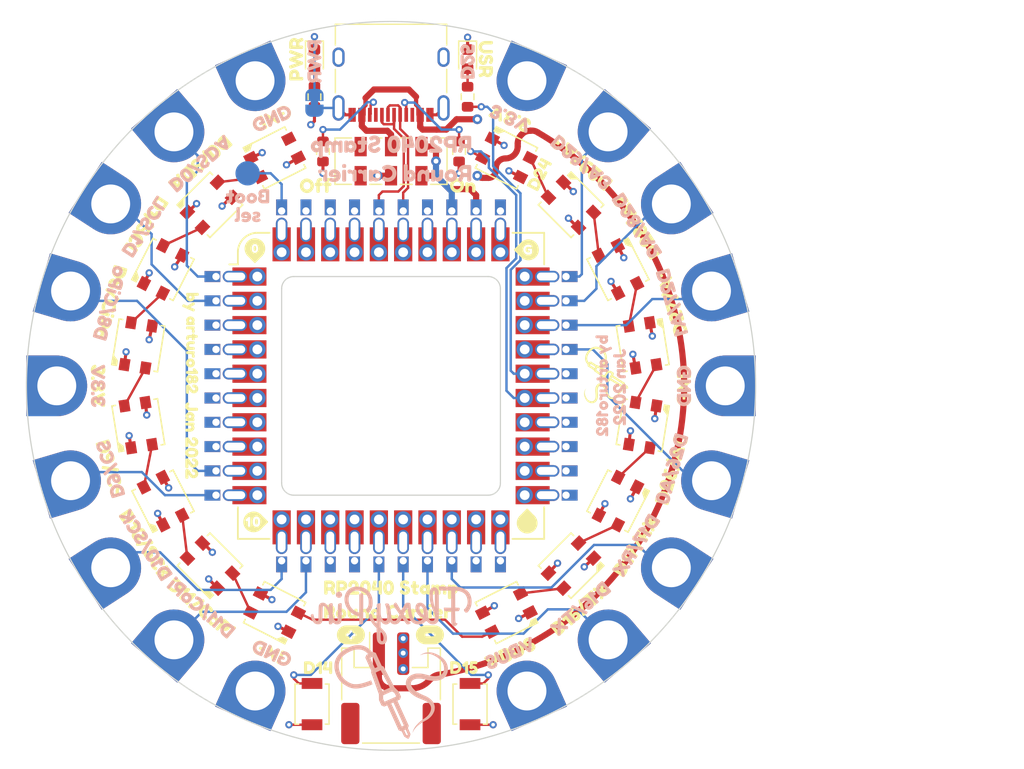
<source format=kicad_pcb>
(kicad_pcb (version 20221018) (generator pcbnew)
  (layers (0 "F.Cu" signal) (1 "In1.Cu" power "GND.Cu") (2 "In2.Cu" power "PWR.Cu") (31 "B.Cu" signal) (34 "B.Paste" user) (35 "F.Paste" user) (36 "B.SilkS" user "B.Silkscreen") (37 "F.SilkS" user "F.Silkscreen") (38 "B.Mask" user) (39 "F.Mask" user) (44 "Edge.Cuts" user))
  (net 0 "")
  (net 1 "+3V3")
  (net 2 "GND")
  (net 3 "Net-(D1-DOUT)")
  (net 4 "Net-(D2-DOUT)")
  (net 5 "/GPIO29_A3")
  (net 6 "/GPIO28_A2")
  (net 7 "/GPIO27_A1")
  (net 8 "/GPIO26_A0")
  (net 9 "/GPIO23")
  (net 10 "/GPIO22")
  (net 11 "+5V")
  (net 12 "/GPIO17_RX0")
  (net 13 "/GPIO16_TX0")
  (net 14 "/GPIO11_COPI1")
  (net 15 "/GPIO10_SCK1")
  (net 16 "/GPIO9_CS1")
  (net 17 "/GPIO8_CIPO1")
  (net 18 "VBUS")
  (net 19 "Net-(D3-DOUT)")
  (net 20 "/USB_D+")
  (net 21 "Net-(D4-DOUT)")
  (net 22 "Net-(D5-DOUT)")
  (net 23 "Net-(D6-DOUT)")
  (net 24 "/USB_D-")
  (net 25 "+BATT")
  (net 26 "VBAT")
  (net 27 "Net-(D7-DOUT)")
  (net 28 "Net-(D8-DOUT)")
  (net 29 "/GPIO1_SCL0")
  (net 30 "/GPIO0_SDA0")
  (net 31 "/GPIO2")
  (net 32 "/GPIO3")
  (net 33 "/GPIO4")
  (net 34 "/GPIO5")
  (net 35 "/GPIO6")
  (net 36 "/GPIO7")
  (net 37 "/GPIO12")
  (net 38 "/GPIO13")
  (net 39 "/GPIO14")
  (net 40 "/GPIO15")
  (net 41 "/GPIO18")
  (net 42 "/GPIO19")
  (net 43 "/GPIO21")
  (net 44 "Net-(D10-DIN)")
  (net 45 "Net-(D10-DOUT)")
  (net 46 "Net-(D11-DOUT)")
  (net 47 "Net-(D12-DOUT)")
  (net 48 "Net-(D13-DOUT)")
  (net 49 "/USR_LED")
  (net 50 "Net-(D14-DOUT)")
  (net 51 "/NEOPIXEL")
  (net 52 "Net-(D15-DOUT)")
  (net 54 "Net-(D17-K)")
  (net 55 "Net-(D17-A)")
  (net 56 "Net-(D18-A)")
  (net 57 "Net-(J19-CC1)")
  (net 59 "Net-(J19-CC2)")
  (net 63 "unconnected-(U1-GPIO20)")
  (net 64 "unconnected-(U1-SWDIO)")
  (net 65 "unconnected-(U1-SWCLK)")
  (net 66 "unconnected-(U1-~{RESET})")
  (net 67 "Net-(U1-BOOTSEL)")
  (footprint "kibuzzard-61B7CB91" (layer "F.Cu") (at 175.6 91.5 90)
    (fp_text reference "kibuzzard-61B7CB91" hide)
    (fp_text value "G***" hide)
  )
  (footprint "kibuzzard-61B788A5" (layer "F.Cu") (at 148.2 112)
    (fp_text reference "kibuzzard-61B788A5" hide)
    (fp_text value "G***" hide)
  )
  (footprint "rp2040_stamp_round:MountingHole_3.2mm_M3_Pad_Polygon" (layer "F.Cu") (at 128.436558 76.522426 147)
    (fp_text reference "J16" hide)
    (fp_text value "Conn_01x01")
  )
  (footprint "rp2040_stamp_round:MountingHole_3.2mm_M3_Pad_Polygon" (layer "F.Cu") (at 162.685259 116.622501 -66)
    (fp_text reference "J9" hide)
    (fp_text value "Conn_01x01")
  )
  (footprint "kibuzzard-61DD9534" (layer "F.Cu") (at 167.098046 109.840915 40.5)
    (fp_text reference "kibuzzard-61DD9534" hide)
    (fp_text value "G***" hide)
  )
  (footprint "LED_SMD_Extra:LED_WS2812B_PLCC4_3.5x3.5mm_P1.78mm" (layer "F.Cu") (at 130.708628 88.163194 81)
    (fp_text reference "D13" hide)
    (fp_text value "WS2812B")
  )
  (footprint "rp2040_stamp_round:MountingHole_3.2mm_M3_Pad_Polygon" (layer "F.Cu") (at 162.685258 66.377499 66)
    (fp_text reference "J1" hide)
    (fp_text value "Conn_01x01")
  )
  (footprint "rp2040_stamp_round:MountingHole_3.2mm_M3_Pad_Polygon" (layer "F.Cu") (at 128.436559 106.477575 -147)
    (fp_text reference "J12" hide)
    (fp_text value "Conn_01x01")
  )
  (footprint "LED_SMD_Extra:LED_WS2812B_PLCC4_3.5x3.5mm_P1.78mm" (layer "F.Cu") (at 136.602739 76.595351 45)
    (fp_text reference "D15" hide)
    (fp_text value "WS2812B")
  )
  (footprint "Button_Switch_SMD:SW_DPDT_CK_JS202011JCQN" (layer "F.Cu") (at 151.5 73 180)
    (fp_text reference "SW1" hide)
    (fp_text value "SW_OnOff")
  )
  (footprint "RP2040_Stamp:RP2040_Stamp_Springs" (layer "F.Cu") (at 151.5 91.5)
    (fp_text reference "U1" hide)
    (fp_text value "RP2040_Stamp")
  )
  (footprint "rp2040_stamp_round:MountingHole_3.2mm_M3_Pad_Polygon" (layer "F.Cu") (at 133.640178 112.411165 -130.5)
    (fp_text reference "J11" hide)
    (fp_text value "Conn_01x01")
  )
  (footprint "kibuzzard-61B8084E" (layer "F.Cu") (at 145.5 114.7)
    (fp_text reference "kibuzzard-61B8084E" hide)
    (fp_text value "G***" hide)
  )
  (footprint "rp2040_stamp_round:MountingHole_3.2mm_M3_Pad_Polygon" (layer "F.Cu") (at 169.359823 112.411165 -49.5)
    (fp_text reference "J8" hide)
    (fp_text value "Conn_01x01")
  )
  (footprint "kibuzzard-61B7CB91" (layer "F.Cu") (at 141.697647 69.483554 -156)
    (fp_text reference "kibuzzard-61B7CB91" hide)
    (fp_text value "G***" hide)
  )
  (footprint "rp2040_stamp_round:MountingHole_3.2mm_M3_Pad_Polygon" (layer "F.Cu") (at 177.867543 83.689578 16.5)
    (fp_text reference "J4" hide)
    (fp_text value "Conn_01x01")
  )
  (footprint "buzzardLabel" (layer "F.Cu") (at 162.8 102.8)
    (fp_text reference "")
    (fp_text value "")
  )
  (footprint "kibuzzard-61B7F7FD" (layer "F.Cu") (at 174.591397 98.354965 73.5)
    (fp_text reference "kibuzzard-61B7F7FD" hide)
    (fp_text value "G***" hide)
  )
  (footprint "Resistor_SMD:R_0603_1608Metric" (layer "F.Cu") (at 157.1 72.2 -90)
    (fp_text reference "R1" hide)
    (fp_text value "5.1K")
  )
  (footprint "buzzardLabel" (layer "F.Cu") (at 162.8 80.3)
    (fp_text reference "")
    (fp_text value "")
  )
  (footprint "kibuzzard-61B7F7BF" (layer "F.Cu") (at 171.732557 78.342484 123)
    (fp_text reference "kibuzzard-61B7F7BF" hide)
    (fp_text value "G***" hide)
  )
  (footprint "rp2040_stamp_round:MountingHole_3.2mm_M3_Pad_Polygon" (layer "F.Cu") (at 133.640177 70.588834 130.5)
    (fp_text reference "J17" hide)
    (fp_text value "Conn_01x01")
  )
  (footprint "rp2040_stamp_round:MountingHole_3.2mm_M3_Pad_Polygon" (layer "F.Cu") (at 124.000001 91.5 180)
    (fp_text reference "J14" hide)
    (fp_text value "Conn_01x01")
  )
  (footprint "kibuzzard-61B789B2" (layer "F.Cu") (at 159.3 64.6 -90)
    (fp_text reference "kibuzzard-61B789B2" hide)
    (fp_text value "G***" hide)
  )
  (footprint "LED_SMD_Extra:LED_WS2812B_PLCC4_3.5x3.5mm_P1.78mm" (layer "F.Cu") (at 172.2049 88.163194 -81)
    (fp_text reference "D4" hide)
    (fp_text value "WS2812B")
  )
  (footprint "rp2040_stamp_round:MountingHole_3.2mm_M3_Pad_Polygon" (layer "F.Cu") (at 174.563441 76.522426 33)
    (fp_text reference "J3" hide)
    (fp_text value "Conn_01x01")
  )
  (footprint "kibuzzard-61B7FAB5" (layer "F.Cu") (at 131.253492 78.38958 -123)
    (fp_text reference "kibuzzard-61B7FAB5" hide)
    (fp_text value "G***" hide)
  )
  (footprint "LED_SMD_Extra:LED_WS2812B_PLCC4_3.5x3.5mm_P1.78mm" (layer "F.Cu") (at 160.993635 72.732212 -27)
    (fp_text reference "D1" hide)
    (fp_text value "WS2812B")
  )
  (footprint "kibuzzard-61B80856" (layer "F.Cu") (at 157.5 114.7)
    (fp_text reference "kibuzzard-61B80856" hide)
    (fp_text value "G***" hide)
  )
  (footprint "Button_Switch_SMD:SW_SPST_B3U-1000P-B" (layer "F.Cu") (at 145 117.7 -90)
    (fp_text reference "SW3" hide)
    (fp_text value "SW_SPST")
  )
  (footprint "buzzardLabel" (layer "F.Cu") (at 140.35 80.2)
    (fp_text reference "")
    (fp_text value "")
  )
  (footprint "LED_SMD_Extra:LED_WS2812B_PLCC4_3.5x3.5mm_P1.78mm" (layer "F.Cu") (at 166.310789 76.595351 -45)
    (fp_text reference "D2" hide)
    (fp_text value "WS2812B")
  )
  (footprint "rp2040_stamp_round:MountingHole_3.2mm_M3_Pad_Polygon" (layer "F.Cu") (at 125.132457 99.310422 -163.5)
    (fp_text reference "J13" hide)
    (fp_text value "Conn_01x01")
  )
  (footprint "LED_SMD_Extra:LED_WS2812B_PLCC4_3.5x3.5mm_P1.78mm" (layer "F.Cu") (at 132.7396 100.986247 117)
    (fp_text reference "D11" hide)
    (fp_text value "WS2812B")
  )
  (footprint "Connector_JST:JST_PH_S2B-PH-SM4-TB_1x02-1MP_P2.00mm_Horizontal" (layer "F.Cu") (at 151.5 116.4)
    (fp_text reference "J20" hide)
    (fp_text value "Conn_Batt")
  )
  (footprint "kibuzzard-61B7F7A6" (layer "F.Cu") (at 167.175036 73.123593 139.5)
    (fp_text reference "kibuzzard-61B7F7A6" hide)
    (fp_text value "G***" hide)
  )
  (footprint "kibuzzard-61B7F819" (layer "F.Cu") (at 171.677413 104.641182 57)
    (fp_text reference "kibuzzard-61B7F819" hide)
    (fp_text value "G***" hide)
  )
  (footprint "Symbols_Extra:SolderParty-New-Logo_5x4.2mm_SilkScreen" (layer "F.Cu") (at 169.06509 90.551994 82.5)
    (fp_text reference "G***" hide)
    (fp_text value "LOGO" hide)
  )
  (footprint "LED_SMD_Extra:LED_WS2812B_PLCC4_3.5x3.5mm_P1.78mm" (layer "F.Cu") (at 130.708628 94.735558 99)
    (fp_text reference "D12" hide)
    (fp_text value "WS2812B")
  )
  (footprint "kibuzzard-61B7F7D5" (layer "F.Cu") (at 174.620153 84.640866 106.5)
    (fp_text reference "kibuzzard-61B7F7D5" hide)
    (fp_text value "G***" hide)
  )
  (footprint "rp2040_stamp_round:MountingHole_3.2mm_M3_Pad_Polygon" (layer "F.Cu") (at 140.314741 66.377499 114)
    (fp_text reference "J18" hide)
    (fp_text value "Conn_01x01")
  )
  (footprint "Resistor_SMD:R_0603_1608Metric" (layer "F.Cu") (at 157.8 67.7 90)
    (fp_text reference "R4" hide)
    (fp_text value "2K")
  )
  (footprint "rp2040_stamp_round:MountingHole_3.2mm_M3_Pad_Polygon" (layer "F.Cu") (at 140.314742 116.622501 -114)
    (fp_text reference "J10" hide)
    (fp_text value "Conn_01x01")
  )
  (footprint "LED_SMD_Extra:LED_WS2812B_PLCC4_3.5x3.5mm_P1.78mm" (layer "F.Cu") (at 160.993635 110.16654 -153)
    (fp_text reference "D8" hide)
    (fp_text value "WS2812B")
  )
  (footprint "rp2040_stamp_round:MountingHole_3.2mm_M3_Pad_Polygon" (layer "F.Cu") (at 169.359822 70.588835 49.5)
    (fp_text reference "J2" hide)
    (fp_text value "Conn_01x01")
  )
  (footprint "LED_SMD_Extra:LED_WS2812B_PLCC4_3.5x3.5mm_P1.78mm" (layer "F.Cu") (at 170.173928 81.912505 -63)
    (fp_text reference "D3" hide)
    (fp_text value "WS2812B")
  )
  (footprint "Resistor_SMD:R_0603_1608Metric" (layer "F.Cu") (at 145.2 67.7 90)
    (fp_text reference "R3" hide)
    (fp_text value "2K")
  )
  (footprint "rp2040_stamp_round:MountingHole_3.2mm_M3_Pad_Polygon" (layer "F.Cu") (at 174.563442 106.477574 -33)
    (fp_text reference "J7" hide)
    (fp_text value "Conn_01x01")
  )
  (footprint "kibuzzard-61DD9594" (layer "F.Cu") (at 135.1 96 -90)
    (fp_text reference "kibuzzard-61DD9594" hide)
    (fp_text value "G***" hide)
  )
  (footprint "LED_SMD_Extra:LED_WS2812B_PLCC4_3.5x3.5mm_P1.78mm" (layer "F.Cu") (at 141.919893 110.16654 153)
    (fp_text reference "D9" hide)
    (fp_text value "WS2812B")
  )
  (footprint "rp2040_stamp_round:MountingHole_3.2mm_M3_Pad_Polygon" (layer "F.Cu") (at 177.867544 99.310422 -16.5)
    (fp_text reference "J6" hide)
    (fp_text value "Conn_01x01")
  )
  (footprint "kibuzzard-61B7CACE" (layer "F.Cu") (at 161.302353 113.516446 24)
    (fp_text reference "kibuzzard-61B7CACE" hide)
    (fp_text value "G***" hide)
  )
  (footprint "kibuzzard-61B7FADB" (layer "F.Cu") (at 128.376286 84.665425 -106.5)
    (fp_text reference "kibuzzard-61B7FADB" hide)
    (fp_text value "G***" hide)
  )
  (footprint "LED_SMD:LED_0603_1608Metric" (layer "F.Cu") (at 145.2 64.6 -90)
    (fp_text reference "D17" hide)
    (fp_text value "LED_PWR")
  )
  (footprint "LED_SMD_Extra:LED_WS2812B_PLCC4_3.5x3.5mm_P1.78mm" (layer "F.Cu") (at 170.173928 100.986247 -117)
    (fp_text reference "D6" hide)
    (fp_text value "WS2812B")
  )
  (footprint "kibuzzard-61B7CB2A" (layer "F.Cu") (at 161.302353 69.483554 156)
    (fp_text reference "kibuzzard-61B7CB2A" hide)
    (fp_text value "G***" hide)
  )
  (footprint "Resistor_SMD:R_0603_1608Metric" (layer "F.Cu") (at 145.9 72.2 -90)
    (fp_text reference "R2" hide)
    (fp_text value "5.1K")
  )
  (footprint "kibuzzard-61B8067D" (layer "F.Cu") (at 163.7 74.1 63)
    (fp_text reference "kibuzzard-61B8067D" hide)
    (fp_text value "G***" hide)
  )
  (footprint "kibuzzard-61B78991" (layer "F.Cu") (at 143.7 64.6 90)
    (fp_text reference "kibuzzard-61B78991" hide)
    (fp_text value "G***" hide)
  )
  (footprint "LED_SMD_Extra:LED_WS2812B_PLCC4_3.5x3.5mm_P1.78mm" (layer "F.Cu") (at 172.2049 94.735558 -99)
    (fp_text reference "D5" hide)
    (fp_text value "WS2812B")
  )
  (footprint "kibuzzard-61B7FFB7" (layer "F.Cu") (at 151.5 109.1)
    (fp_text reference "kibuzzard-61B7FFB7" hide)
    (fp_text value "G***" hide)
  )
  (footprint "kibuzzard-61B7FB48" (layer "F.Cu") (at 135.87164 109.77516 -40.5)
    (fp_text reference "kibuzzard-61B7FB48" hide)
    (fp_text value "G***" hide)
  )
  (footprint "LED_SMD_Extra:LED_WS2812B_PLCC4_3.5x3.5mm_P1.78mm" (layer "F.Cu") (at 166.310789 106.303401 -135)
    (fp_text reference "D7" hide)
    (fp_text value "WS2812B")
  )
  (footprint "kibuzzard-61B7FB04" (layer "F.Cu") (at 128.405042 98.330405 -73.5)
    (fp_text reference "kibuzzard-61B7FB04" hide)
    (fp_text value "G***" hide)
  )
  (footprint "kibuzzard-61B7CB2A" (layer "F.Cu") (at 127.4 91.5 -90)
    (fp_text reference "kibuzzard-61B7CB2A" hide)
    (fp_text value "G***" hide)
  )
  (footprint "kibuzzard-61B804DF" (layer "F.Cu") (at 157.4 75)
    (fp_text reference "kibuzzard-61B804DF" hide)
    (fp_text value "G***" hide)
  )
  (footprint "kibuzzard-61B788A5" (layer "F.Cu") (at 154.7 112)
    (fp_text reference "kibuzzard-61B788A5" hide)
    (fp_text value "G***" hide)
  )
  (footprint "LED_SMD_Extra:LED_WS2812B_PLCC4_3.5x3.5mm_P1.78mm" (layer "F.Cu") (at 141.919893 72.732212 27)
    (fp_text reference "D16" hide)
    (fp_text value "WS2812B")
  )
  (footprint "kibuzzard-61B7CB91" (layer "F.Cu") (at 141.697647 113.516446 -24)
    (fp_text reference "kibuzzard-61B7CB91" hide)
    (fp_text value "G***" hide)
  )
  (footprint "rp2040_stamp_round:MountingHole_3.2mm_M3_Pad_Polygon" (layer "F.Cu") (at 179 91.5)
    (fp_text reference "J5" hide)
    (fp_text value "Conn_01x01")
  )
  (footprint "buzzardLabel" (layer "F.Cu") (at 140.200001 102.7)
    (fp_text reference "")
    (fp_text value "")
  )
  (footprint "LED_SMD_Extra:LED_WS2812B_PLCC4_3.5x3.5mm_P1.78mm" (layer "F.Cu") (at 136.602739 106.303401 135)
    (fp_text reference "D10" hide)
    (fp_text value "WS2812B")
  )
  (footprint "kibuzzard-61B804E7" (layer "F.Cu") (at 145.3 75)
    (fp_text reference "kibuzzard-61B804E7" hide)
    (fp_text value "G***" hide)
  )
  (footprint "kibuzzard-61B7FB19" (layer "F.Cu") (at 131.308636 104.594085 -57)
    (fp_text reference "kibuzzard-61B7FB19" hide)
    (fp_text value "G***" hide)
  )
  (footprint "LED_SMD_Extra:LED_WS2812B_PLCC4_3.5x3.5mm_P1.78mm" (layer "F.Cu") (at 132.7396 81.912505 63)
    (fp_text reference "D14" hide)
    (fp_text value "WS2812B")
  )
  (footprint "rp2040_stamp_round:MountingHole_3.2mm_M3_Pad_Polygon" (layer "F.Cu") (at 125.132456 83.689578 163.5)
    (fp_text reference "J15" hide)
    (fp_text value "Conn_01x01")
  )
  (footprint "Connector_USB:USB_C_Receptacle_XKB_U262-16XN-4BVC11" (layer "F.Cu") (at 151.5 65.515 180)
    (fp_text reference "J19" hide)
    (fp_text value "USB_C_Receptacle_USB2.0")
  )
  (footprint "Button_Switch_SMD:SW_SPST_B3U-1000P-B" (layer "F.Cu") (at 158 117.7 -90)
    (fp_text reference "SW2" hide)
    (fp_text value "SW_SPST")
  )
  (footprint "kibuzzard-61BA2B21" (layer "F.Cu") (at 135 88 -90)
    (fp_text reference "kibuzzard-61BA2B21" hide)
    (fp_text value "G***" hide)
  )
  (footprint "kibuzzard-61B7FA9B" (layer "F.Cu") (at 135.794651 73.189347 -139.5)
    (fp_text reference "kibuzzard-61B7FA9B" hide)
    (fp_text value "G***" hide)
  )
  (footprint "LED_SMD:LED_0603_1608Metric" (layer "F.Cu") (at 157.8 64.6 -90)
    (fp_text reference "D18" hide)
    (fp_text value "LED_USR")
  )
  (footprint "kibuzzard-61B7CACE" (layer "B.Cu") (at 161.302353 113.516446 -156)
    (fp_text reference "kibuzzard-61B7CACE" hide)
    (fp_text value "G***" hide)
  )
  (footprint "kibuzzard-61DD95E6" (layer "B.Cu") (at 157.8 64.8 90)
    (fp_text reference "kibuzzard-61DD95E6" hide)
    (fp_text value "G***" hide)
  )
  (footprint "LOGO" (layer "B.Cu") (at 151.5 110.4 180)
    (fp_text reference "G***" hide)
    (fp_text value "LOGO" hide)
  )
  (footprint "Symbols_Extra:SolderParty-New-Logo_10x8.5mm_SilkScreen" (layer "B.Cu") (at 151.191535 116.377462 180)
    (fp_text reference "G***" hide)
    (fp_text value "LOGO" hide)
  )
  (footprint "kibuzzard-61BA4CE2" (layer "B.Cu") (at 151.5 72.8 180)
    (fp_text reference "kibuzzard-61BA4CE2" hide)
    (fp_text value "G***" hide)
  )
  (footprint "kibuzzard-61B7F819" (layer "B.Cu") (at 171.677413 104.641182 -123)
    (fp_text reference "kibuzzard-61B7F819" hide)
    (fp_text value "G***" hide)
  )
  (footprint "kibuzzard-61E0313F" (layer "B.Cu") (at 139.7 77.4 180)
    (fp_text reference "kibuzzard-61E0313F" hide)
    (fp_text value "G***" hide)
  )
  (footprint "kibuzzard-61B7FB19" (layer "B.Cu") (at 131.308636 104.594085 123)
    (fp_text reference "kibuzzard-61B7FB19" hide)
    (fp_text value "G***" hide)
  )
  (footprint "kibuzzard-61B7FAB5" (layer "B.Cu") (at 131.253492 78.38958 57)
    (fp_text reference "kibuzzard-61B7FAB5" hide)
    (fp_text value "G***" hide)
  )
  (footprint "Jumper:SolderJumper-2_P1.3mm_Bridged_RoundedPad1.0x1.5mm" (layer "B.Cu") (at 145.2 68.2 -90)
    (fp_text reference "JP1" hide)
    (fp_text value "Jumper_PWR")
  )
  (footprint "kibuzzard-61B7CB2A" (layer "B.Cu") (at 161.302353 69.483554 -24)
    (fp_text reference "kibuzzard-61B7CB2A" hide)
    (fp_text value "G***" hide)
  )
  (footprint "kibuzzard-61DD9534" (layer "B.Cu") (at 167.098046 109.840915 -139.5)
    (fp_text reference "kibuzzard-61DD9534" hide)
    (fp_text value "G***" hide)
  )
  (footprint "kibuzzard-61E03091" (layer "B.Cu") (at 139.7 75.9 180)
    (fp_text reference "kibuzzard-61E03091" hide)
    (fp_text value "G***" hide)
  )
  (footprint "kibuzzard-61BA2B21" (layer "B.Cu") (at 169 91.5 -90)
    (fp_text reference "kibuzzard-61BA2B21" hide)
    (fp_text value "G***" hide)
  )
  (footprint "kibuzzard-61B7CB2A" (layer "B.Cu") (at 127.4 91.5 90)
    (fp_text reference "kibuzzard-61B7CB2A" hide)
    (fp_text value "G***" hide)
  )
  (footprint "TestPoint:TestPoint_Pad_D2.0mm" (layer "B.Cu") (at 139.7 74 180)
    (fp_text reference "TP1" hide)
    (fp_text value "TP_BOOTSEL")
  )
  (footprint "kibuzzard-61B7FB48" (layer "B.Cu") (at 135.87164 109.77516 139.5)
    (fp_text reference "kibuzzard-61B7FB48" hide)
    (fp_text value "G***" hide)
  )
  (footprint "kibuzzard-61DD95B3" (layer "B.Cu") (at 170.3 91.6 -90)
    (fp_text reference "kibuzzard-61DD95B3" hide)
    (fp_text value "G***" hide)
  )
  (footprint "kibuzzard-61B7FADB" (layer "B.Cu") (at 128.376286 84.665425 73.5)
    (fp_text reference "kibuzzard-61B7FADB" hide)
    (fp_text value "G***" hide)
  )
  (footprint "kibuzzard-61B7FA9B" (layer "B.Cu") (at 135.818207 73.189347 40.5)
    (fp_text reference "kibuzzard-61B7FA9B" hide)
    (fp_text value "G***" hide)
  )
  (footprint "kibuzzard-61B7F7BF" (layer "B.Cu") (at 171.732557 78.342484 -57)
    (fp_text reference "kibuzzard-61B7F7BF" hide)
    (fp_text value "G***" hide)
  )
  (footprint "kibuzzard-61B7CB91" (layer "B.Cu") (at 141.697647 69.483554 24)
    (fp_text reference "kibuzzard-61B7CB91" hide)
    (fp_text value "G***" hide)
  )
  (footprint "kibuzzard-61B7CB91" (layer "B.Cu") (at 175.6 91.5 -90)
    (fp_text reference "kibuzzard-61B7CB91" hide)
    (fp_text value "G***" hide)
  )
  (footprint "kibuzzard-61B7FB04" (layer "B.Cu") (at 128.405042 98.330405 106.5)
    (fp_text reference "kibuzzard-61B7FB04" hide)
    (fp_text value "G***" hide)
  )
  (footprint "kibuzzard-61B7F7A6" (layer "B.Cu") (at 167.175036 73.123593 -40.5)
    (fp_text reference "kibuzzard-61B7F7A6" hide)
    (fp_text value "G***" hide)
  )
  (footprint "kibuzzard-61B7F7D5" (layer "B.Cu") (at 174.620153 84.640866 -73.5)
    (fp_text reference "kibuzzard-61B7F7D5" hide)
    (fp_text value "G***" hide)
  )
  (footprint "kibuzzard-61DD95F0" (layer "B.Cu") (at 145.2 64.8 -90)
    (fp_text reference "kibuzzard-61DD95F0" hide)
    (fp_text value "G***" hide)
  )
  (footprint "kibuzzard-61B7CB91" (layer "B.Cu") (at 141.697647 113.516446 156)
    (fp_text reference "kibuzzard-61B7CB91" hide)
    (fp_text value "G***" hide)
  )
  (footprint "kibuzzard-61B7F7FD" (layer "B.Cu") (at 174.591397 98.354965 -106.5)
    (fp_text reference "kibuzzard-61B7F7FD" hide)
    (fp_text value "G***" hide)
  )
  (gr_line (start 163.3 102.300001) (end 162.7 101.700001) (stroke (width 0.15)) (layer "F.SilkS"))
  (gr_poly (pts (xy 140.3 81.3) (xy 140 81) (xy 140.6 81)) (stroke (width 0.15)) (fill solid) (layer "F.SilkS"))
  (gr_rect (start 154.4 112.125) (end 155 112.525) (fill solid) (layer "F.SilkS"))
  (gr_circle (center 162.8 80.3) (end 162.8 79.500001) (stroke (width 0.11)) (fill none) (layer "F.SilkS"))
  (gr_poly (pts (xy 139.475001 102.95) (xy 139.425001 102.7) (xy 139.475001 102.4)) (stroke (width 0.1)) (fill solid) (layer "F.SilkS"))
  (gr_poly (pts (xy 161.700001 80.3) (xy 162.000001 80) (xy 162.000001 80.6)) (stroke (width 0.15)) (fill solid) (layer "F.SilkS"))
  (gr_poly (pts (xy 140.900001 102.35) (xy 141.000001 102.8) (xy 140.725001 103.25) (xy 140.525001 103.375) (xy 140.275001 103.45) (xy 139.825001 103.35) (xy 139.625001 103.175) (xy 140.600001 103.275) (xy 140.800001 103) (xy 140.850001 102.55) (xy 140.725001 102.225)) (stroke (width 0.15)) (fill solid) (layer "F.SilkS"))
  (gr_line (start 140.7 103.3) (end 141.3 102.7) (stroke (width 0.15)) (layer "F.SilkS"))
  (gr_line (start 140.3 81.3) (end 140.9 80.7) (stroke (width 0.15)) (layer "F.SilkS"))
  (gr_line (start 162.300001 79.7) (end 161.700001 80.3) (stroke (width 0.15)) (layer "F.SilkS"))
  (gr_poly (pts (xy 162.7 101.700001) (xy 163 102.000001) (xy 162.4 102.000001)) (stroke (width 0.15)) (fill solid) (layer "F.SilkS"))
  (gr_line (start 139.7 80.7) (end 140.3 81.3) (stroke (width 0.15)) (layer "F.SilkS"))
  (gr_circle (center 162.8 80.3) (end 163.45 80.3) (stroke (width 0.4)) (fill none) (layer "F.SilkS"))
  (gr_rect (start 154.4 111.475) (end 155 111.875) (fill solid) (layer "F.SilkS"))
  (gr_circle (center 140.3 80.2) (end 140.95 80.2) (stroke (width 0.4)) (fill none) (layer "F.SilkS"))
  (gr_circle (center 162.7 102.8) (end 163.5 102.8) (stroke (width 0.11)) (fill none) (layer "F.SilkS"))
  (gr_circle (center 140.200001 102.7) (end 141.000001 102.7) (stroke (width 0.11)) (fill none) (layer "F.SilkS"))
  (gr_line (start 162.7 101.700001) (end 162.1 102.300001) (stroke (width 0.15)) (layer "F.SilkS"))
  (gr_line (start 161.700001 80.3) (end 162.300001 80.9) (stroke (width 0.15)) (layer "F.SilkS"))
  (gr_poly (pts (xy 163.1 102.2) (xy 162.3 102.2) (xy 162.4 102.000001) (xy 163 102.000001)) (stroke (width 0.15)) (fill solid) (layer "F.SilkS"))
  (gr_poly (pts (xy 140.650001 102.1) (xy 139.750001 102.1) (xy 140.200001 101.95)) (stroke (width 0.15)) (fill solid) (layer "F.SilkS"))
  (gr_poly (pts (xy 163.05 103.45) (xy 162.7 103.55) (xy 162.35 103.45) (xy 162.15 103.3) (xy 163.25 103.3)) (stroke (width 0.15)) (fill solid) (layer "F.SilkS"))
  (gr_poly (pts (xy 141.3 102.7) (xy 141 103) (xy 141 102.4)) (stroke (width 0.15)) (fill solid) (layer "F.SilkS"))
  (gr_line (start 141.3 102.7) (end 140.7 102.1) (stroke (width 0.15)) (layer "F.SilkS"))
  (gr_line (start 159.5 82.5) (end 143.5 82.5) (stroke (width 0.1)) (layer "Edge.Cuts"))
  (gr_arc (start 143.5 100.5) (mid 142.792893 100.207107) (end 142.5 99.5) (stroke (width 0.1)) (layer "Edge.Cuts"))
  (gr_line (start 143.5 100.5) (end 159.499999 100.5) (stroke (width 0.1)) (layer "Edge.Cuts"))
  (gr_circle (center 151.5 91.5) (end 181.5 91.5) (stroke (width 0.1)) (fill none) (layer "Edge.Cuts"))
  (gr_line (start 160.5 99.5) (end 160.5 83.5) (stroke (width 0.1)) (layer "Edge.Cuts"))
  (gr_arc (start 159.5 82.5) (mid 160.207107 82.792893) (end 160.5 83.5) (stroke (width 0.1)) (layer "Edge.Cuts"))
  (gr_line (start 142.5 83.5) (end 142.5 99.5) (stroke (width 0.1)) (layer "Edge.Cuts"))
  (gr_arc (start 160.5 99.5) (mid 160.207106 100.207107) (end 159.499999 100.5) (stroke (width 0.1)) (layer "Edge.Cuts"))
  (gr_arc (start 142.5 83.5) (mid 142.792893 82.792893) (end 143.5 82.5) (stroke (width 0.1)) (layer "Edge.Cuts"))
  (segment (start 145.2 69.7) (end 144.9 70) (width 0.254) (layer "F.Cu") (net 1))
  (segment (start 136.047246 104.447246) (end 135.984021 104.447246) (width 0.254) (layer "F.Cu") (net 1))
  (segment (start 166.851506 78.451506) (end 166.1 77.7) (width 0.254) (layer "F.Cu") (net 1))
  (segment (start 145.2 68.525) (end 145.2 69.7) (width 0.254) (layer "F.Cu") (net 1))
  (segment (start 164.454634 106.922119) (end 165.2 106.1) (width 0.254) (layer "F.Cu") (net 1))
  (segment (start 168.599814 102.148267) (end 169.1 101.2) (width 0.254) (layer "F.Cu") (net 1))
  (segment (start 166.929507 78.451506) (end 166.851506 78.451506) (width 0.254) (layer "F.Cu") (net 1))
  (segment (start 171.614433 90.028529) (end 171.4 88.9) (width 0.254) (layer "F.Cu") (net 1))
  (segment (start 171.066912 96.327132) (end 171.2 95.2) (width 0.254) (layer "F.Cu") (net 1))
  (segment (start 140.757873 108.592426) (end 141.7 109.1) (width 0.254) (layer "F.Cu") (net 1))
  (segment (start 138.458894 75.976633) (end 138.323367 75.976633) (width 0.254) (layer "F.Cu") (net 1))
  (segment (start 132.724747 99.029744) (end 133.2 99.9) (width 0.254) (layer "F.Cu") (net 1))
  (segment (start 170.188781 83.869008) (end 169.6 82.9) (width 0.254) (layer "F.Cu") (net 1))
  (segment (start 162.155655 74.306326) (end 161.2 73.8) (width 0.254) (layer "F.Cu") (net 1))
  (segment (start 136.8 105.2) (end 136.047246 104.447246) (width 0.254) (layer "F.Cu") (net 1))
  (segment (start 134.313714 80.750485) (end 133.7 81.7) (width 0.254) (layer "F.Cu") (net 1))
  (segment (start 138.323367 75.976633) (end 137.6 76.7) (width 0.254) (layer "F.Cu") (net 1))
  (segment (start 131.299095 92.870223) (end 131.4 93.9) (width 0.254) (layer "F.Cu") (net 1))
  (segment (start 131.846616 86.57162) (end 131.6 87.7) (width 0.254) (layer "F.Cu") (net 1))
  (segment (start 143.876396 72.717359) (end 142.9 73.3) (width 0.254) (layer "F.Cu") (net 1))
  (segment (start 159.037132 110.181393) (end 160 109.6) (width 0.254) (layer "F.Cu") (net 1))
  (via (at 133.2 99.9) (size 0.6) (drill 0.3) (layers "F.Cu" "B.Cu") (net 1))
  (via (at 144.9 70) (size 0.6) (drill 0.3) (layers "F.Cu" "B.Cu") (net 1))
  (via (at 160 109.6) (size 0.6) (drill 0.3) (layers "F.Cu" "B.Cu") (net 1))
  (via (at 141.7 109.1) (size 0.6) (drill 0.3) (layers "F.Cu" "B.Cu") (net 1))
  (via (at 136.8 105.2) (size 0.6) (drill 0.3) (layers "F.Cu" "B.Cu") (net 1))
  (via (at 166.1 77.7) (size 0.6) (drill 0.3) (layers "F.Cu" "B.Cu") (net 1))
  (via (at 131.4 93.9) (size 0.6) (drill 0.3) (layers "F.Cu" "B.Cu") (net 1))
  (via (at 137.6 76.7) (size 0.6) (drill 0.3) (layers "F.Cu" "B.Cu") (net 1))
  (via (at 161.2 73.8) (size 0.6) (drill 0.3) (layers "F.Cu" "B.Cu") (net 1))
  (via (at 169.1 101.2) (size 0.6) (drill 0.3) (layers "F.Cu" "B.Cu") (net 1))
  (via (at 133.7 81.7) (size 0.6) (drill 0.3) (layers "F.Cu" "B.Cu") (net 1))
  (via (at 131.6 87.7) (size 0.6) (drill 0.3) (layers "F.Cu" "B.Cu") (net 1))
  (via (at 142.9 73.3) (size 0.6) (drill 0.3) (layers "F.Cu" "B.Cu") (net 1))
  (via (at 165.2 106.1) (size 0.6) (drill 0.3) (layers "F.Cu" "B.Cu") (net 1))
  (via (at 171.4 88.9) (size 0.6) (drill 0.3) (layers "F.Cu" "B.Cu") (net 1))
  (via (at 169.6 82.9) (size 0.6) (drill 0.3) (layers "F.Cu" "B.Cu") (net 1))
  (via (at 171.2 95.2) (size 0.6) (drill 0.3) (layers "F.Cu" "B.Cu") (net 1))
  (segment (start 129.7 88.7) (end 129.57064 89.754768) (width 0.254) (layer "F.Cu") (net 2))
  (segment (start 159.831615 71.158098) (end 160.8 71.7) (width 0.254) (layer "F.Cu") (net 2))
  (segment (start 173.342888 93.143984) (end 173.2 94.2) (width 0.254) (layer "F.Cu") (net 2))
  (segment (start 162 110.65) (end 162.950138 110.151687) (width 0.254) (layer "F.Cu") (net 2))
  (segment (start 136.5 107.4) (end 137.221457 108.159556) (width 0.254) (layer "F.Cu") (net 2))
  (segment (start 131.6 82.2) (end 131.165486 83.074525) (width 0.254) (layer "F.Cu") (net 2))
  (segment (start 158 119.4) (end 159.9 119.4) (width 0.2) (layer "F.Cu") (net 2))
  (segment (start 145.9 73.025) (end 145.9 74) (width 0.254) (layer "F.Cu") (net 2))
  (segment (start 140.9 72.3) (end 139.96339 72.747065) (width 0.254) (layer "F.Cu") (net 2))
  (segment (start 157.8 63.8125) (end 157.8 62.8) (width 0.254) (layer "F.Cu") (net 2))
  (segment (start 167.4 106.4) (end 168.166944 105.684683) (width 0.254) (layer "F.Cu") (net 2))
  (segment (start 165.692071 74.739196) (end 166.5 75.5) (width 0.254) (layer "F.Cu") (net 2))
  (segment (start 155.255 69.185) (end 155.82 68.62) (width 0.254) (layer "F.Cu") (net 2))
  (segment (start 157.1 73.025) (end 157.1 74) (width 0.254) (layer "F.Cu") (net 2))
  (segment (start 145 119.4) (end 143.1 119.4) (width 0.2) (layer "F.Cu") (net 2))
  (segment (start 171.2 100.8) (end 171.748042 99.824227) (width 0.254) (layer "F.Cu") (net 2))
  (segment (start 135.5 76.5) (end 134.746584 77.214069) (width 0.254) (layer "F.Cu") (net 2))
  (segment (start 148.15 69.185) (end 147.745 69.185) (width 0.254) (layer "F.Cu") (net 2))
  (segment (start 172.795367 86.297859) (end 173 87.4) (width 0.254) (layer "F.Cu") (net 2))
  (segment (start 147.745 69.185) (end 147.18 68.62) (width 0.254) (layer "F.Cu") (net 2))
  (segment (start 170.159075 79.956002) (end 170.65 80.95) (width 0.254) (layer "F.Cu") (net 2))
  (segment (start 142.2 111.3) (end 143.081913 111.740654) (width 0.254) (layer "F.Cu") (net 2))
  (segment (start 132.3 102) (end 132.754453 102.94275) (width 0.254) (layer "F.Cu") (net 2))
  (segment (start 154.85 69.185) (end 155.255 69.185) (width 0.254) (layer "F.Cu") (net 2))
  (segment (start 129.95 95.6) (end 130.118161 96.600893) (width 0.254) (layer "F.Cu") (net 2))
  (via (at 152.5 113.5) (size 0.8) (drill 0.4) (layers "F.Cu" "B.Cu") (net 2))
  (via (at 171.2 100.8) (size 0.6) (drill 0.3) (layers "F.Cu" "B.Cu") (net 2))
  (via (at 145.9 74) (size 0.6) (drill 0.3) (layers "F.Cu" "B.Cu") (net 2))
  (via (at 173.2 94.2) (size 0.6) (drill 0.3) (layers "F.Cu" "B.Cu") (net 2))
  (via (at 162 110.65) (size 0.6) (drill 0.3) (layers "F.Cu" "B.Cu") (net 2))
  (via (at 166.5 75.5) (size 0.6) (drill 0.3) (layers "F.Cu" "B.Cu") (net 2))
  (via (at 132.3 102) (size 0.6) (drill 0.3) (layers "F.Cu" "B.Cu") (net 2))
  (via (at 152.5 112.3) (size 0.8) (drill 0.4) (layers "F.Cu" "B.Cu") (net 2))
  (via (at 157.8 62.8) (size 0.6) (drill 0.3) (layers "F.Cu" "B.Cu") (net 2))
  (via (at 129.95 95.6) (size 0.6) (drill 0.3) (layers "F.Cu" "B.Cu") (net 2))
  (via (at 140.9 72.3) (size 0.6) (drill 0.3) (layers "F.Cu" "B.Cu") (net 2))
  (via (at 152.5 114.8) (size 0.8) (drill 0.4) (layers "F.Cu" "B.Cu") (net 2))
  (via (at 135.5 76.5) (size 0.6) (drill 0.3) (layers "F.Cu" "B.Cu") (net 2))
  (via (at 170.65 80.95) (size 0.6) (drill 0.3) (layers "F.Cu" "B.Cu") (net 2))
  (via (at 136.5 107.4) (size 0.6) (drill 0.3) (layers "F.Cu" "B.Cu") (net 2))
  (via (at 173 87.4) (size 0.6) (drill 0.3) (layers "F.Cu" "B.Cu") (net 2))
  (via (at 142.2 111.3) (size 0.6) (drill 0.3) (layers "F.Cu" "B.Cu") (net 2))
  (via (at 131.6 82.2) (size 0.6) (drill 0.3) (layers "F.Cu" "B.Cu") (net 2))
  (via (at 129.7 88.7) (size 0.6) (drill 0.3) (layers "F.Cu" "B.Cu") (net 2))
  (via (at 160.8 71.7) (size 0.6) (drill 0.3) (layers "F.Cu" "B.Cu") (net 2))
  (via (at 159.9 119.4) (size 0.6) (drill 0.3) (layers "F.Cu" "B.Cu") (net 2))
  (via (at 157.1 74) (size 0.6) (drill 0.3) (layers "F.Cu" "B.Cu") (net 2))
  (via (at 167.4 106.4) (size 0.6) (drill 0.3) (layers "F.Cu" "B.Cu") (net 2))
  (via (at 143.1 119.4) (size 0.6) (drill 0.3) (layers "F.Cu" "B.Cu") (net 2))
  (segment (start 145.43 68.62) (end 145.2 68.85) (width 0.2) (layer "B.Cu") (net 2))
  (segment (start 147.18 68.62) (end 145.43 68.62) (width 0.2) (layer "B.Cu") (net 2))
  (segment (start 164.454634 75.976633) (end 162.950138 72.747065) (width 0.2) (layer "F.Cu") (net 3))
  (segment (start 168.599814 80.750485) (end 168.166944 77.214069) (width 0.2) (layer "F.Cu") (net 4))
  (segment (start 167.2 82.3) (end 167.2 72.748657) (width 0.2) (layer "B.Cu") (net 5))
  (segment (start 165.9 82.5) (end 167 82.5) (width 0.2) (layer "B.Cu") (net 5))
  (segment (start 167.2 72.748657) (end 169.359822 70.588835) (width 0.2) (layer "B.Cu") (net 5))
  (segment (start 167 82.5) (end 167.2 82.3) (width 0.2) (layer "B.Cu") (net 5))
  (segment (start 173.527574 76.522426) (end 174.563441 76.522426) (width 0.2) (layer "B.Cu") (net 6))
  (segment (start 168.4 83.5) (end 168.4 81.65) (width 0.2) (layer "B.Cu") (net 6))
  (segment (start 168.4 81.65) (end 173.527574 76.522426) (width 0.2) (layer "B.Cu") (net 6))
  (segment (start 167.4 84.5) (end 168.4 83.5) (width 0.2) (layer "B.Cu") (net 6))
  (segment (start 165.9 84.5) (end 167.4 84.5) (width 0.2) (layer "B.Cu") (net 6))
  (segment (start 173 84.35) (end 177.207121 84.35) (width 0.2) (layer "B.Cu") (net 7))
  (segment (start 170.85 86.5) (end 173 84.35) (width 0.2) (layer "B.Cu") (net 7))
  (segment (start 177.207121 84.35) (end 177.867543 83.689578) (width 0.2) (layer "B.Cu") (net 7))
  (segment (start 165.9 86.5) (end 170.85 86.5) (width 0.2) (layer "B.Cu") (net 7))
  (segment (start 169.3 92.3) (end 169.3 89.7) (width 0.2) (layer "B.Cu") (net 8))
  (segment (start 169.3 89.7) (end 168.1 88.5) (width 0.2) (layer "B.Cu") (net 8))
  (segment (start 168.1 88.5) (end 165.9 88.5) (width 0.2) (layer "B.Cu") (net 8))
  (segment (start 176.310422 99.310422) (end 169.3 92.3) (width 0.2) (layer "B.Cu") (net 8))
  (segment (start 177.867544 99.310422) (end 176.310422 99.310422) (width 0.2) (layer "B.Cu") (net 8))
  (segment (start 154.9 71.8) (end 154 71.8) (width 0.508) (layer "F.Cu") (net 11))
  (segment (start 155.2 73) (end 155.2 72.1) (width 0.508) (layer "F.Cu") (net 11))
  (segment (start 155.2 72.1) (end 154.9 71.8) (width 0.508) (layer "F.Cu") (net 11))
  (via (at 155.2 73) (size 0.8) (drill 0.4) (layers "F.Cu" "B.Cu") (net 11))
  (segment (start 155.2 73) (end 155.2 74.2) (width 0.508) (layer "B.Cu") (net 11))
  (segment (start 156.5 75.5) (end 156.5 77.1) (width 0.508) (layer "B.Cu") (net 11))
  (segment (start 155.2 74.2) (end 156.5 75.5) (width 0.508) (layer "B.Cu") (net 11))
  (segment (start 168.2 104.6) (end 171.8 104.6) (width 0.2) (layer "B.Cu") (net 12))
  (segment (start 171.8 104.6) (end 173.677574 106.477574) (width 0.2) (layer "B.Cu") (net 12))
  (segment (start 156.5 107.4) (end 157.2 108.1) (width 0.2) (layer "B.Cu") (net 12))
  (segment (start 164.7 108.1) (end 168.2 104.6) (width 0.2) (layer "B.Cu") (net 12))
  (segment (start 157.2 108.1) (end 164.7 108.1) (width 0.2) (layer "B.Cu") (net 12))
  (segment (start 173.677574 106.477574) (end 174.563442 106.477574) (width 0.2) (layer "B.Cu") (net 12))
  (segment (start 156.5 105.9) (end 156.5 107.4) (width 0.2) (layer "B.Cu") (net 12))
  (segment (start 164.4 109.9) (end 166.848658 109.9) (width 0.2) (layer "B.Cu") (net 13))
  (segment (start 154.5 105.9) (end 154.5 109.8) (width 0.2) (layer "B.Cu") (net 13))
  (segment (start 166.848658 109.9) (end 169.359823 112.411165) (width 0.2) (layer "B.Cu") (net 13))
  (segment (start 156.6 111.9) (end 162.4 111.9) (width 0.2) (layer "B.Cu") (net 13))
  (segment (start 154.5 109.8) (end 156.6 111.9) (width 0.2) (layer "B.Cu") (net 13))
  (segment (start 162.4 111.9) (end 164.4 109.9) (width 0.2) (layer "B.Cu") (net 13))
  (segment (start 135.951343 110.1) (end 142.9 110.1) (width 0.2) (layer "B.Cu") (net 14))
  (segment (start 144.5 108.5) (end 144.5 105.9) (width 0.2) (layer "B.Cu") (net 14))
  (segment (start 142.9 110.1) (end 144.5 108.5) (width 0.2) (layer "B.Cu") (net 14))
  (segment (start 133.640178 112.411165) (end 135.951343 110.1) (width 0.2) (layer "B.Cu") (net 14))
  (segment (start 129.714134 105.2) (end 128.436559 106.477575) (width 0.2) (layer "B.Cu") (net 15))
  (segment (start 142.5 105.9) (end 142.5 107.4) (width 0.2) (layer "B.Cu") (net 15))
  (segment (start 135.6 108.3) (end 132.5 105.2) (width 0.2) (layer "B.Cu") (net 15))
  (segment (start 141.6 108.3) (end 135.6 108.3) (width 0.2) (layer "B.Cu") (net 15))
  (segment (start 132.5 105.2) (end 129.714134 105.2) (width 0.2) (layer "B.Cu") (net 15))
  (segment (start 142.5 107.4) (end 141.6 108.3) (width 0.2) (layer "B.Cu") (net 15))
  (segment (start 132.9 100.5) (end 131 98.6) (width 0.2) (layer "B.Cu") (net 16))
  (segment (start 131 98.6) (end 125.842879 98.6) (width 0.2) (layer "B.Cu") (net 16))
  (segment (start 125.842879 98.6) (end 125.132457 99.310422) (width 0.2) (layer "B.Cu") (net 16))
  (segment (start 137.1 100.5) (end 132.9 100.5) (width 0.2) (layer "B.Cu") (net 16))
  (segment (start 130.6 84.5) (end 125.942878 84.5) (width 0.2) (layer "B.Cu") (net 17))
  (segment (start 134.7 97.6) (end 134.7 88.6) (width 0.2) (layer "B.Cu") (net 17))
  (segment (start 137.1 98.5) (end 135.6 98.5) (width 0.2) (layer "B.Cu") (net 17))
  (segment (start 134.7 88.6) (end 130.6 84.5) (width 0.2) (layer "B.Cu") (net 17))
  (segment (start 135.6 98.5) (end 134.7 97.6) (width 0.2) (layer "B.Cu") (net 17))
  (segment (start 125.942878 84.5) (end 125.132456 83.689578) (width 0.2) (layer "B.Cu") (net 17))
  (segment (start 156.9 69.55) (end 158.6 69.55) (width 0.508) (layer "F.Cu") (net 18))
  (segment (start 155.25 70.4) (end 156.05 70.4) (width 0.508) (layer "F.Cu") (net 18))
  (segment (start 150.1 67.1) (end 149.4 67.8) (width 0.508) (layer "F.Cu") (net 18))
  (segment (start 153.9 69.171489) (end 153.9 70.1) (width 0.508) (layer "F.Cu") (net 18))
  (segment (start 149.1 69.185) (end 149.1 70.113511) (width 0.508) (layer "F.Cu") (net 18))
  (segment (start 153.561479 67.7) (end 153.561479 68.351463) (width 0.35) (layer "F.Cu") (net 18))
  (segment (start 156.85 69.6) (end 156.9 69.55) (width 0.508) (layer "F.Cu") (net 18))
  (segment (start 149.4 68.389984) (end 149.4 67.8) (width 0.35) (layer "F.Cu") (net 18))
  (segment (start 149.1 70.113511) (end 149.486489 70.5) (width 0.508) (layer "F.Cu") (net 18))
  (segment (start 156.05 70.4) (end 156.85 69.6) (width 0.508) (layer "F.Cu") (net 18))
  (segment (start 153.9 70.1) (end 153.9 70.196636) (width 0.508) (layer "F.Cu") (net 18))
  (segment (start 151.2 70.5) (end 151.5 70.8) (width 0.508) (layer "F.Cu") (net 18))
  (segment (start 149.25 69.185) (end 149.25 68.539984) (width 0.35) (layer "F.Cu") (net 18))
  (segment (start 151.5 70.8) (end 151.5 71.8) (width 0.508) (layer "F.Cu") (net 18))
  (segment (start 153.561479 68.351463) (end 153.75 68.539984) (width 0.35) (layer "F.Cu") (net 18))
  (segment (start 153.9 70.196636) (end 154.103364 70.4) (width 0.508) (layer "F.Cu") (net 18))
  (segment (start 149.25 68.539984) (end 149.4 68.389984) (width 0.35) (layer "F.Cu") (net 18))
  (segment (start 152.961479 67.1) (end 150.1 67.1) (width 0.508) (layer "F.Cu") (net 18))
  (segment (start 153.75 68.539984) (end 153.75 69.185) (width 0.35) (layer "F.Cu") (net 18))
  (segment (start 149.486489 70.5) (end 151.2 70.5) (width 0.508) (layer "F.Cu") (net 18))
  (segment (start 153.561479 67.7) (end 152.961479 67.1) (width 0.508) (layer "F.Cu") (net 18))
  (segment (start 154.103364 70.4) (end 155.25 70.4) (width 0.508) (layer "F.Cu") (net 18))
  (via (at 158.6 69.55) (size 0.8) (drill 0.4) (layers "F.Cu" "B.Cu") (net 18))
  (segment (start 171.066912 86.57162) (end 171.748042 83.074525) (width 0.2) (layer "F.Cu") (net 19))
  (segment (start 150.5 75.8) (end 150.8 75.5) (width 0.2) (layer "F.Cu") (net 20))
  (segment (start 150.75 69.185) (end 150.75 69.809022) (width 0.2) (layer "F.Cu") (net 20))
  (segment (start 152.1 75.5) (end 152.55048 75.04952) (width 0.2) (layer "F.Cu") (net 20))
  (segment (start 151.75 70.337916) (end 151.75 69.185) (width 0.2) (layer "F.Cu") (net 20))
  (segment (start 152.55048 75.04952) (end 152.55048 71.138396) (width 0.2) (layer "F.Cu") (net 20))
  (segment (start 151.75 69.85) (end 151.75 69.185) (width 0.2) (layer "F.Cu") (net 20))
  (segment (start 150.5 77.1) (end 150.5 75.8) (width 0.2) (layer "F.Cu") (net 20))
  (segment (start 150.8 75.5) (end 152.1 75.5) (width 0.2) (layer "F.Cu") (net 20))
  (segment (start 150.900489 69.959511) (end 151.640489 69.959511) (width 0.2) (layer "F.Cu") (net 20))
  (segment (start 151.640489 69.959511) (end 151.75 69.85) (width 0.2) (layer "F.Cu") (net 20))
  (segment (start 150.75 69.809022) (end 150.900489 69.959511) (width 0.2) (layer "F.Cu") (net 20))
  (segment (start 152.55048 71.138396) (end 151.75 70.337916) (width 0.2) (layer "F.Cu") (net 20))
  (segment (start 171.614433 92.870223) (end 173.342888 89.754768) (width 0.2) (layer "F.Cu") (net 21))
  (segment (start 170.188781 99.029744) (end 172.795367 96.600893) (width 0.2) (layer "F.Cu") (net 22))
  (segment (start 166.929507 104.447246) (end 170.159075 102.94275) (width 0.2) (layer "F.Cu") (net 23))
  (segment (start 152.25 70.34362) (end 152.25 69.185) (width 0.2) (layer "F.Cu") (net 24))
  (segment (start 152.9 70.99362) (end 152.25 70.34362) (width 0.2) (layer "F.Cu") (net 24))
  (segment (start 152.6 75.494296) (end 152.605704 75.494296) (width 0.2) (layer "F.Cu") (net 24))
  (segment (start 151.25 68.560978) (end 151.400489 68.410489) (width 0.2) (layer "F.Cu") (net 24))
  (segment (start 152.5 77.1) (end 152.5 75.594296) (width 0.2) (layer "F.Cu") (net 24))
  (segment (start 152.25 68.577127) (end 152.25 69.185) (width 0.2) (layer "F.Cu") (net 24))
  (segment (start 152.5 75.594296) (end 152.6 75.494296) (width 0.2) (layer "F.Cu") (net 24))
  (segment (start 151.25 69.185) (end 151.25 68.560978) (width 0.2) (layer "F.Cu") (net 24))
  (segment (start 152.605704 75.494296) (end 152.9 75.2) (width 0.2) (layer "F.Cu") (net 24))
  (segment (start 152.9 75.2) (end 152.9 70.99362) (width 0.2) (layer "F.Cu") (net 24))
  (segment (start 152.083362 68.410489) (end 152.25 68.577127) (width 0.2) (layer "F.Cu") (net 24))
  (segment (start 151.400489 68.410489) (end 152.083362 68.410489) (width 0.2) (layer "F.Cu") (net 24))
  (segment (start 162.962115 70.497494) (end 162.964766 70.497494) (width 0.508) (layer "F.Cu") (net 25))
  (segment (start 161.925 71.775) (end 161.925 71.549264) (width 0.508) (layer "F.Cu") (net 25))
  (segment (start 162.225 70.825) (end 162.262868 70.787132) (width 0.508) (layer "F.Cu") (net 25))
  (segment (start 150.5 113.55) (end 150.5 115.475736) (width 0.508) (layer "F.Cu") (net 25))
  (segment (start 151.424264 116.4) (end 153.2 116.4) (width 0.508) (layer "F.Cu") (net 25))
  (segment (start 159.525 74.375) (end 159.022487 74.375) (width 0.508) (layer "F.Cu") (net 25))
  (segment (start 160.125 73.775) (end 160.125 73.575) (width 0.508) (layer "F.Cu") (net 25))
  (segment (start 154.565686 115.834314) (end 154.809367 115.590633) (width 0.508) (layer "F.Cu") (net 25))
  (segment (start 151.5 74.2) (end 150.4 74.2) (width 0.508) (layer "F.Cu") (net 25))
  (via (at 150.4 74.2) (size 0.8) (drill 0.4) (layers "F.Cu" "B.Cu") (net 25))
  (via (at 158.6 74.2) (size 0.8) (drill 0.4) (layers "F.Cu" "B.Cu") (net 25))
  (arc (start 163.6 70.650001) (mid 165.441375 71.833518) (end 167.167804 73.179182) (width 0.508) (layer "F.Cu") (net 25))
  (arc (start 159.022487 74.375) (mid 158.793839 74.329519) (end 158.6 74.2) (width 0.508) (layer "F.Cu") (net 25))
  (arc (start 161.925 71.549264) (mid 162.002967 71.157296) (end 162.225 70.825) (width 0.508) (layer "F.Cu") (net 25))
  (arc (start 150.5 115.475736) (mid 150.770711 116.129289) (end 151.424264 116.4) (width 0.508) (layer "F.Cu") (net 25))
  (arc (start 162.964766 70.497494) (mid 163.297549 70.510569) (end 163.6 70.65) (width 0.508) (layer "F.Cu") (net 25))
  (arc (start 159.525 74.375) (mid 159.949264 74.199264) (end 160.125 73.775) (width 0.508) (layer "F.Cu") (net 25))
  (arc (start 160.125 73.575) (mid 160.359315 73.009315) (end 160.925 72.775) (width 0.508) (layer "F.Cu") (net 25))
  (arc (start 162.262868 70.787132) (mid 162.583684 70.572769) (end 162.962115 70.497494) (width 0.508) (layer "F.Cu") (net 25))
  (arc (start 154.809367 115.590633) (mid 155.176789 115.345129) (end 155.610193 115.25892) (width 0.508) (layer "F.Cu") (net 25))
  (arc (start 153.2 116.4) (mid 153.939104 116.252983) (end 154.565686 115.834314) (width 0.508) (layer "F.Cu") (net 25))
  (arc (start 155.610193 115.25892) (mid 174.750797 97.907016) (end 167.2 73.2) (width 0.508) (layer "F.Cu") (net 25))
  (arc (start 160.925 72.775) (mid 161.632107 72.482107) (end 161.925 71.775) (width 0.508) (layer "F.Cu") (net 25))
  (segment (start 158 75.3) (end 158.5 75.8) (width 0.508) (layer "F.Cu") (net 26))
  (segment (start 155.2 74.2) (end 156.3 75.3) (width 0.508) (layer "F.Cu") (net 26))
  (segment (start 158.5 75.8) (end 158.5 77.1) (width 0.508) (layer "F.Cu") (net 26))
  (segment (start 156.3 75.3) (end 158 75.3) (width 0.508) (layer "F.Cu") (net 26))
  (segment (start 154 74.2) (end 155.2 74.2) (width 0.508) (layer "F.Cu") (net 26))
  (segment (start 162.155655 108.592426) (end 165.692071 108.159556) (width 0.2) (layer "F.Cu") (net 27))
  (segment (start 143.876396 110.181393) (end 145.05 110.75) (width 0.2) (layer "F.Cu") (net 28))
  (segment (start 157.35 112.15) (end 159 112.15) (width 0.2) (layer "F.Cu") (net 28))
  (segment (start 145.05 110.75) (end 155.95 110.75) (width 0.2) (layer "F.Cu") (net 28))
  (segment (start 155.95 110.75) (end 157.35 112.15) (width 0.2) (layer "F.Cu") (net 28))
  (segment (start 159 112.15) (end 159.831615 111.740654) (width 0.2) (layer "F.Cu") (net 28))
  (segment (start 129.322426 76.522426) (end 128.436558 76.522426) (width 0.2) (layer "B.Cu") (net 29))
  (segment (start 131.8 81.5) (end 131.8 79) (width 0.2) (layer "B.Cu") (net 29))
  (segment (start 137.1 84.5) (end 134.8 84.5) (width 0.2) (layer "B.Cu") (net 29))
  (segment (start 134.8 84.5) (end 131.8 81.5) (width 0.2) (layer "B.Cu") (net 29))
  (segment (start 131.8 79) (end 129.322426 76.522426) (width 0.2) (layer "B.Cu") (net 29))
  (segment (start 135.6 82.5) (end 134.7 81.6) (width 0.2) (layer "B.Cu") (net 30))
  (segment (start 134.7 81.6) (end 134.7 74.7) (width 0.2) (layer "B.Cu") (net 30))
  (segment (start 135.6 73.8) (end 135.6 72.548657) (width 0.2) (layer "B.Cu") (net 30))
  (segment (start 137.1 82.5) (end 135.6 82.5) (width 0.2) (layer "B.Cu") (net 30))
  (segment (start 134.7 74.7) (end 135.6 73.8) (width 0.2) (layer "B.Cu") (net 30))
  (segment (start 135.6 72.548657) (end 133.640177 70.588834) (width 0.2) (layer "B.Cu") (net 30))
  (segment (start 145 116) (end 143.9 116) (width 0.2) (layer "F.Cu") (net 39))
  (segment (start 143.9 116) (end 143.5 115.6) (width 0.2) (layer "F.Cu") (net 39))
  (segment (start 143.5 115.6) (end 143.5 115.3) (width 0.2) (layer "F.Cu") (net 39))
  (via (at 143.5 115.3) (size 0.6) (drill 0.3) (layers "F.Cu" "B.Cu") (net 39))
  (segment (start 150.5 109.7) (end 144.9 115.3) (width 0.2) (layer "B.Cu") (net 39))
  (segment (start 150.5 105.9) (end 150.5 109.7) (width 0.2) (layer "B.Cu") (net 39))
  (segment (start 144.9 115.3) (end 143.5 115.3) (width 0.2) (layer "B.Cu") (net 39))
  (segment (start 158 116) (end 159.1 116) (width 0.2) (layer "F.Cu") (net 40))
  (segment (start 159.5 115.6) (end 159.5 115.3) (width 0.2) (layer "F.Cu") (net 40))
  (segment (start 159.1 116) (end 159.5 115.6) (width 0.2) (layer "F.Cu") (net 40))
  (via (at 159.5 115.3) (size 0.6) (drill 0.3) (layers "F.Cu" "B.Cu") (net 40))
  (segment (start 152.5 109.7) (end 158.1 115.3) (width 0.2) (layer "B.Cu") (net 40))
  (segment (start 152.5 105.9) (end 152.5 109.7) (width 0.2) (layer "B.Cu") (net 40))
  (segment (start 158.1 115.3) (end 159.5 115.3) (width 0.2) (layer "B.Cu") (net 40))
  (segment (start 138.458894 106.922119) (end 139.96339 110.151687) (width 0.2) (layer "F.Cu") (net 44))
  (segment (start 134.313714 102.148267) (end 134.746584 105.684683) (width 0.2) (layer "F.Cu") (net 45))
  (segment (start 131.846616 96.327132) (end 131.165486 99.824227) (width 0.2) (layer "F.Cu") (net 46))
  (segment (start 131.299095 90.028529) (end 129.57064 93.143984) (width 0.2) (layer "F.Cu") (net 47))
  (segment (start 132.724747 83.869008) (end 130.118161 86.297859) (width 0.2) (layer "F.Cu") (net 48))
  (segment (start 157.8 68.525) (end 158.925 68.525) (width 0.2) (layer "F.Cu") (net 49))
  (via (at 158.925 68.525) (size 0.6) (drill 0.3) (layers "F.Cu" "B.Cu") (net 49))
  (segment (start 162.14952 75.64952) (end 159.9 73.4) (width 0.2) (layer "B.Cu") (net 49))
  (segment (start 161.34952 81.944776) (end 162.14952 81.144775) (width 0.2) (layer "B.Cu") (net 49))
  (segment (start 159.9 73.4) (end 159.9 69) (width 0.2) (layer "B.Cu") (net 49))
  (segment (start 162.5 90.5) (end 161.6 90.5) (width 0.2) (layer "B.Cu") (net 49))
  (segment (start 159.425 68.525) (end 158.925 68.525) (width 0.2) (layer "B.Cu") (net 49))
  (segment (start 162.14952 81.144775) (end 162.14952 75.64952) (width 0.2) (layer "B.Cu") (net 49))
  (segment (start 159.9 69) (end 159.425 68.525) (width 0.2) (layer "B.Cu") (net 49))
  (segment (start 161.34952 90.24952) (end 161.34952 81.944776) (width 0.2) (layer "B.Cu") (net 49))
  (segment (start 161.6 90.5) (end 161.34952 90.24952) (width 0.2) (layer "B.Cu") (net 49))
  (segment (start 132.754453 79.956002) (end 135.984021 78.451506) (width 0.2) (layer "F.Cu") (net 50))
  (segment (start 159.037132 72.717359) (end 158.05 72.2) (width 0.2) (layer "F.Cu") (net 51))
  (via (at 158.05 72.2) (size 0.6) (drill 0.3) (layers "F.Cu" "B.Cu") (net 51))
  (segment (start 161 91.9) (end 161.6 92.5) (width 0.2) (layer "B.Cu") (net 51))
  (segment (start 159.55048 72.85048) (end 159.550481 73.544777) (width 0.2) (layer "B.Cu") (net 51))
  (segment (start 159.550481 73.544777) (end 159.755225 73.74952) (width 0.2) (layer "B.Cu") (net 51))
  (segment (start 158.9 72.2) (end 159.55048 72.85048) (width 0.2) (layer "B.Cu") (net 51))
  (segment (start 161.8 81) (end 161 81.8) (width 0.2) (layer "B.Cu") (net 51))
  (segment (start 159.755225 73.74952) (end 161.8 75.794295) (width 0.2) (layer "B.Cu") (net 51))
  (segment (start 161.6 92.5) (end 162.5 92.5) (width 0.2) (layer "B.Cu") (net 51))
  (segment (start 158.05 72.2) (end 158.9 72.2) (width 0.2) (layer "B.Cu") (net 51))
  (segment (start 161 81.8) (end 161 91.9) (width 0.2) (layer "B.Cu") (net 51))
  (segment (start 161.8 75.794295) (end 161.8 81) (width 0.2) (layer "B.Cu") (net 51))
  (segment (start 137.221457 74.739196) (end 140.757873 74.306326) (width 0.2) (layer "F.Cu") (net 52))
  (segment (start 145.2 63.8125) (end 145.2 62.75) (width 0.254) (layer "F.Cu") (net 54))
  (via (at 145.2 62.75) (size 0.6) (drill 0.3) (layers "F.Cu" "B.Cu") (net 54))
  (segment (start 145.2 67.55) (end 145.2 62.75) (width 0.2) (layer "B.Cu") (net 54))
  (segment (start 145.2 66.875) (end 145.2 65.3875) (width 0.2) (layer "F.Cu") (net 55))
  (segment (start 157.8 65.3875) (end 157.8 66.875) (width 0.2) (layer "F.Cu") (net 56))
  (segment (start 152.75 68.300016) (end 152.624992 68.175008) (width 0.2) (layer "F.Cu") (net 57))
  (segment (start 157.1 71.375) (end 157.1 70.4) (width 0.2) (layer "F.Cu") (net 57))
  (segment (start 152.75 69.185) (end 152.75 68.300016) (width 0.2) (layer "F.Cu") (net 57))
  (via (at 152.624992 68.175008) (size 0.6) (drill 0.3) (layers "F.Cu" "B.Cu") (net 57))
  (via (at 157.1 70.4) (size 0.6) (drill 0.3) (layers "F.Cu" "B.Cu") (net 57))
  (segment (start 155.65 70.4) (end 157.1 70.4) (width 0.2) (layer "B.Cu") (net 57))
  (segment (start 153.425008 68.175008) (end 155.65 70.4) (width 0.2) (layer "B.Cu") (net 57))
  (segment (start 152.624992 68.175008) (end 153.425008 68.175008) (width 0.2) (layer "B.Cu") (net 57))
  (segment (start 149.75 69.185) (end 149.824519 69.110481) (width 0.2) (layer "F.Cu") (net 59))
  (segment (start 145.9 70.4) (end 145.9 71.375) (width 0.2) (layer "F.Cu") (net 59))
  (segment (start 149.824519 69.110481) (end 149.824519 68.370381) (width 0.2) (layer "F.Cu") (net 59))
  (segment (start 149.824519 68.370381) (end 150.04745 68.14745) (width 0.2) (layer "F.Cu") (net 59))
  (via (at 150.04745 68.14745) (size 0.6) (drill 0.3) (layers "F.Cu" "B.Cu") (net 59))
  (via (at 145.9 70.4) (size 0.6) (drill 0.3) (layers "F.Cu" "B.Cu") (net 59))
  (segment (start 149.55255 68.14745) (end 147.3 70.4) (width 0.2) (layer "B.Cu") (net 59))
  (segment (start 147.3 70.4) (end 145.9 70.4) (width 0.2) (layer "B.Cu") (net 59))
  (segment (start 150.04745 68.14745) (end 149.55255 68.14745) (width 0.2) (layer "B.Cu") (net 59))
  (segment (start 139.7 74.2) (end 139.9 74) (width 0.2) (layer "B.Cu") (net 67))
  (segment (start 142.5 74.9) (end 142.5 77.1) (width 0.2) (layer "B.Cu") (net 67))
  (segment (start 141.6 74) (end 142.5 74.9) (width 0.2) (layer "B.Cu") (net 67))
  (segment (start 139.9 74) (end 141.6 74) (width 0.2) (layer "B.Cu") (net 67))
)
</source>
